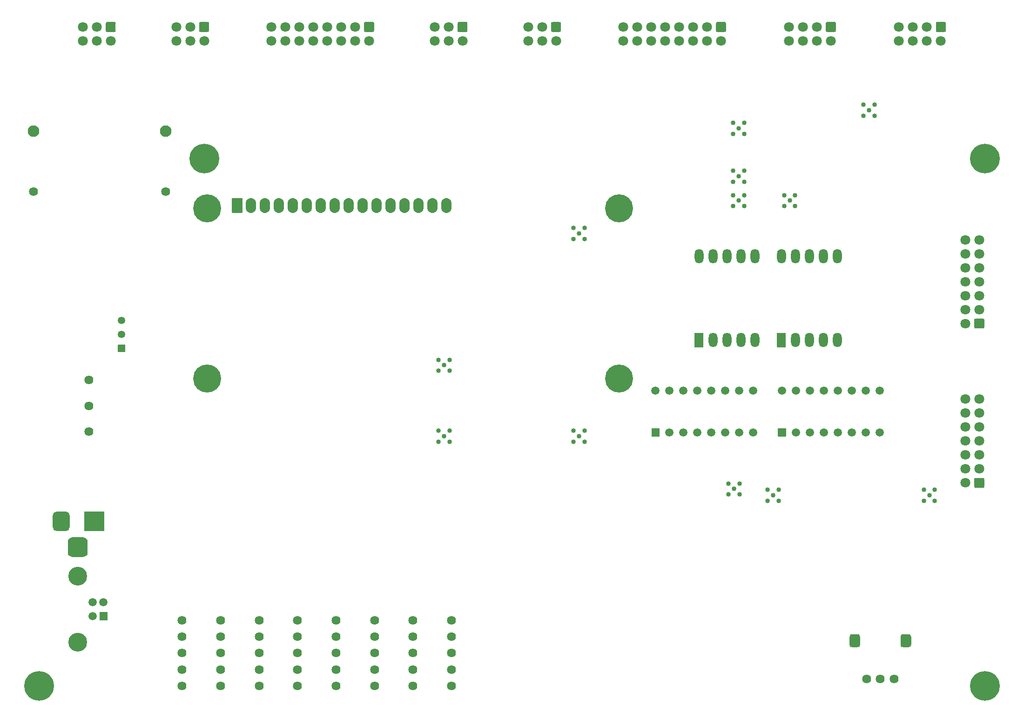
<source format=gbr>
G04 #@! TF.GenerationSoftware,KiCad,Pcbnew,(5.1.8)-1*
G04 #@! TF.CreationDate,2020-12-13T01:13:15+07:00*
G04 #@! TF.ProjectId,digitalSystemBoard,64696769-7461-46c5-9379-7374656d426f,rev?*
G04 #@! TF.SameCoordinates,PX2faf080PY9896800*
G04 #@! TF.FileFunction,Soldermask,Bot*
G04 #@! TF.FilePolarity,Negative*
%FSLAX46Y46*%
G04 Gerber Fmt 4.6, Leading zero omitted, Abs format (unit mm)*
G04 Created by KiCad (PCBNEW (5.1.8)-1) date 2020-12-13 01:13:15*
%MOMM*%
%LPD*%
G01*
G04 APERTURE LIST*
%ADD10C,2.102000*%
%ADD11C,5.102000*%
%ADD12O,1.902000X2.702000*%
%ADD13C,0.852000*%
%ADD14O,1.626000X2.626000*%
%ADD15C,1.802000*%
%ADD16C,1.499000*%
%ADD17C,1.626000*%
%ADD18C,1.350000*%
%ADD19C,5.402000*%
%ADD20C,1.510000*%
%ADD21C,3.418000*%
%ADD22C,0.100000*%
G04 APERTURE END LIST*
D10*
X27000000Y105000000D03*
X3000000Y105000000D03*
D11*
X109500000Y91000000D03*
X109500000Y60000000D03*
X34500000Y60000000D03*
X34500000Y91000000D03*
D12*
X78100000Y91500000D03*
X75560000Y91500000D03*
X73020000Y91500000D03*
X70480000Y91500000D03*
X67940000Y91500000D03*
X65400000Y91500000D03*
X62860000Y91500000D03*
X60320000Y91500000D03*
X57780000Y91500000D03*
X55240000Y91500000D03*
X52700000Y91500000D03*
X50160000Y91500000D03*
X47620000Y91500000D03*
X45080000Y91500000D03*
X42540000Y91500000D03*
G36*
G01*
X39049000Y90200000D02*
X39049000Y92800000D01*
G75*
G02*
X39100000Y92851000I51000J0D01*
G01*
X40900000Y92851000D01*
G75*
G02*
X40951000Y92800000I0J-51000D01*
G01*
X40951000Y90200000D01*
G75*
G02*
X40900000Y90149000I-51000J0D01*
G01*
X39100000Y90149000D01*
G75*
G02*
X39049000Y90200000I0J51000D01*
G01*
G37*
D13*
X77660000Y49470000D03*
X78660000Y50470000D03*
X76660000Y50470000D03*
X76660000Y48470000D03*
X78660000Y48470000D03*
X103210000Y48470000D03*
X101210000Y48470000D03*
X101210000Y50470000D03*
X103210000Y50470000D03*
X102210000Y49470000D03*
X130370000Y39890000D03*
X131370000Y40890000D03*
X129370000Y40890000D03*
X129370000Y38890000D03*
X131370000Y38890000D03*
X137470000Y38750000D03*
X138470000Y39750000D03*
X136470000Y39750000D03*
X136470000Y37750000D03*
X138470000Y37750000D03*
X166910000Y37750000D03*
X164910000Y37750000D03*
X164910000Y39750000D03*
X166910000Y39750000D03*
X165910000Y38750000D03*
X78660000Y61420000D03*
X76660000Y61420000D03*
X76660000Y63420000D03*
X78660000Y63420000D03*
X77660000Y62420000D03*
X131220000Y105540000D03*
X132220000Y106540000D03*
X130220000Y106540000D03*
X130220000Y104540000D03*
X132220000Y104540000D03*
X132220000Y95800000D03*
X130220000Y95800000D03*
X130220000Y97800000D03*
X132220000Y97800000D03*
X131220000Y96800000D03*
X140510000Y92390000D03*
X141510000Y93390000D03*
X139510000Y93390000D03*
X139510000Y91390000D03*
X141510000Y91390000D03*
X155950000Y107860000D03*
X153950000Y107860000D03*
X153950000Y109860000D03*
X155950000Y109860000D03*
X154950000Y108860000D03*
X132220000Y91390000D03*
X130220000Y91390000D03*
X130220000Y93390000D03*
X132220000Y93390000D03*
X131220000Y92390000D03*
X103210000Y85430000D03*
X101210000Y85430000D03*
X101210000Y87430000D03*
X103210000Y87430000D03*
X102210000Y86430000D03*
G36*
G01*
X123187000Y65738000D02*
X123187000Y68262000D01*
G75*
G02*
X123238000Y68313000I51000J0D01*
G01*
X124762000Y68313000D01*
G75*
G02*
X124813000Y68262000I0J-51000D01*
G01*
X124813000Y65738000D01*
G75*
G02*
X124762000Y65687000I-51000J0D01*
G01*
X123238000Y65687000D01*
G75*
G02*
X123187000Y65738000I0J51000D01*
G01*
G37*
D14*
X126540000Y67000000D03*
X129080000Y67000000D03*
X131620000Y67000000D03*
X134160000Y67000000D03*
X134160000Y82240000D03*
X131620000Y82240000D03*
X129080000Y82240000D03*
X126540000Y82240000D03*
X124000000Y82240000D03*
D15*
X92920000Y121460000D03*
X95460000Y121460000D03*
X98000000Y121460000D03*
X92920000Y124000000D03*
X95460000Y124000000D03*
G36*
G01*
X97364000Y124901000D02*
X98636000Y124901000D01*
G75*
G02*
X98901000Y124636000I0J-265000D01*
G01*
X98901000Y123364000D01*
G75*
G02*
X98636000Y123099000I-265000J0D01*
G01*
X97364000Y123099000D01*
G75*
G02*
X97099000Y123364000I0J265000D01*
G01*
X97099000Y124636000D01*
G75*
G02*
X97364000Y124901000I265000J0D01*
G01*
G37*
D16*
X116110000Y57810000D03*
X118650000Y57810000D03*
X133890000Y50190000D03*
X123730000Y57810000D03*
X126270000Y57810000D03*
X128810000Y57810000D03*
X131350000Y57810000D03*
X133890000Y57810000D03*
X131350000Y50190000D03*
X128810000Y50190000D03*
X126270000Y50190000D03*
X121190000Y57810000D03*
X123730000Y50190000D03*
X121190000Y50190000D03*
X118650000Y50190000D03*
G36*
G01*
X116808501Y49440500D02*
X115411499Y49440500D01*
G75*
G02*
X115360500Y49491499I0J50999D01*
G01*
X115360500Y50888501D01*
G75*
G02*
X115411499Y50939500I50999J0D01*
G01*
X116808501Y50939500D01*
G75*
G02*
X116859500Y50888501I0J-50999D01*
G01*
X116859500Y49491499D01*
G75*
G02*
X116808501Y49440500I-50999J0D01*
G01*
G37*
D17*
X79000000Y16000000D03*
X79000000Y4000000D03*
X79000000Y13000000D03*
X79000000Y7000000D03*
X79000000Y10000000D03*
X30000000Y16000000D03*
X30000000Y4000000D03*
X30000000Y13000000D03*
X30000000Y7000000D03*
X30000000Y10000000D03*
D15*
X28920000Y121460000D03*
X31460000Y121460000D03*
X34000000Y121460000D03*
X28920000Y124000000D03*
X31460000Y124000000D03*
G36*
G01*
X33364000Y124901000D02*
X34636000Y124901000D01*
G75*
G02*
X34901000Y124636000I0J-265000D01*
G01*
X34901000Y123364000D01*
G75*
G02*
X34636000Y123099000I-265000J0D01*
G01*
X33364000Y123099000D01*
G75*
G02*
X33099000Y123364000I0J265000D01*
G01*
X33099000Y124636000D01*
G75*
G02*
X33364000Y124901000I265000J0D01*
G01*
G37*
X11920000Y121460000D03*
X14460000Y121460000D03*
X17000000Y121460000D03*
X11920000Y124000000D03*
X14460000Y124000000D03*
G36*
G01*
X16364000Y124901000D02*
X17636000Y124901000D01*
G75*
G02*
X17901000Y124636000I0J-265000D01*
G01*
X17901000Y123364000D01*
G75*
G02*
X17636000Y123099000I-265000J0D01*
G01*
X16364000Y123099000D01*
G75*
G02*
X16099000Y123364000I0J265000D01*
G01*
X16099000Y124636000D01*
G75*
G02*
X16364000Y124901000I265000J0D01*
G01*
G37*
X75920000Y121460000D03*
X78460000Y121460000D03*
X81000000Y121460000D03*
X75920000Y124000000D03*
X78460000Y124000000D03*
G36*
G01*
X80364000Y124901000D02*
X81636000Y124901000D01*
G75*
G02*
X81901000Y124636000I0J-265000D01*
G01*
X81901000Y123364000D01*
G75*
G02*
X81636000Y123099000I-265000J0D01*
G01*
X80364000Y123099000D01*
G75*
G02*
X80099000Y123364000I0J265000D01*
G01*
X80099000Y124636000D01*
G75*
G02*
X80364000Y124901000I265000J0D01*
G01*
G37*
X46220000Y121460000D03*
X48760000Y121460000D03*
X51300000Y121460000D03*
X53840000Y121460000D03*
X56380000Y121460000D03*
X58920000Y121460000D03*
X61460000Y121460000D03*
X64000000Y121460000D03*
X46220000Y124000000D03*
X48760000Y124000000D03*
X51300000Y124000000D03*
X53840000Y124000000D03*
X56380000Y124000000D03*
X58920000Y124000000D03*
X61460000Y124000000D03*
G36*
G01*
X63364000Y124901000D02*
X64636000Y124901000D01*
G75*
G02*
X64901000Y124636000I0J-265000D01*
G01*
X64901000Y123364000D01*
G75*
G02*
X64636000Y123099000I-265000J0D01*
G01*
X63364000Y123099000D01*
G75*
G02*
X63099000Y123364000I0J265000D01*
G01*
X63099000Y124636000D01*
G75*
G02*
X63364000Y124901000I265000J0D01*
G01*
G37*
X172460000Y56240000D03*
X172460000Y53700000D03*
X172460000Y51160000D03*
X172460000Y48620000D03*
X172460000Y46080000D03*
X172460000Y43540000D03*
X172460000Y41000000D03*
X175000000Y56240000D03*
X175000000Y53700000D03*
X175000000Y51160000D03*
X175000000Y48620000D03*
X175000000Y46080000D03*
X175000000Y43540000D03*
G36*
G01*
X175901000Y41636000D02*
X175901000Y40364000D01*
G75*
G02*
X175636000Y40099000I-265000J0D01*
G01*
X174364000Y40099000D01*
G75*
G02*
X174099000Y40364000I0J265000D01*
G01*
X174099000Y41636000D01*
G75*
G02*
X174364000Y41901000I265000J0D01*
G01*
X175636000Y41901000D01*
G75*
G02*
X175901000Y41636000I0J-265000D01*
G01*
G37*
X172460000Y85240000D03*
X172460000Y82700000D03*
X172460000Y80160000D03*
X172460000Y77620000D03*
X172460000Y75080000D03*
X172460000Y72540000D03*
X172460000Y70000000D03*
X175000000Y85240000D03*
X175000000Y82700000D03*
X175000000Y80160000D03*
X175000000Y77620000D03*
X175000000Y75080000D03*
X175000000Y72540000D03*
G36*
G01*
X175901000Y70636000D02*
X175901000Y69364000D01*
G75*
G02*
X175636000Y69099000I-265000J0D01*
G01*
X174364000Y69099000D01*
G75*
G02*
X174099000Y69364000I0J265000D01*
G01*
X174099000Y70636000D01*
G75*
G02*
X174364000Y70901000I265000J0D01*
G01*
X175636000Y70901000D01*
G75*
G02*
X175901000Y70636000I0J-265000D01*
G01*
G37*
X110220000Y121460000D03*
X112760000Y121460000D03*
X115300000Y121460000D03*
X117840000Y121460000D03*
X120380000Y121460000D03*
X122920000Y121460000D03*
X125460000Y121460000D03*
X128000000Y121460000D03*
X110220000Y124000000D03*
X112760000Y124000000D03*
X115300000Y124000000D03*
X117840000Y124000000D03*
X120380000Y124000000D03*
X122920000Y124000000D03*
X125460000Y124000000D03*
G36*
G01*
X127364000Y124901000D02*
X128636000Y124901000D01*
G75*
G02*
X128901000Y124636000I0J-265000D01*
G01*
X128901000Y123364000D01*
G75*
G02*
X128636000Y123099000I-265000J0D01*
G01*
X127364000Y123099000D01*
G75*
G02*
X127099000Y123364000I0J265000D01*
G01*
X127099000Y124636000D01*
G75*
G02*
X127364000Y124901000I265000J0D01*
G01*
G37*
X140380000Y121460000D03*
X142920000Y121460000D03*
X145460000Y121460000D03*
X148000000Y121460000D03*
X140380000Y124000000D03*
X142920000Y124000000D03*
X145460000Y124000000D03*
G36*
G01*
X147364000Y124901000D02*
X148636000Y124901000D01*
G75*
G02*
X148901000Y124636000I0J-265000D01*
G01*
X148901000Y123364000D01*
G75*
G02*
X148636000Y123099000I-265000J0D01*
G01*
X147364000Y123099000D01*
G75*
G02*
X147099000Y123364000I0J265000D01*
G01*
X147099000Y124636000D01*
G75*
G02*
X147364000Y124901000I265000J0D01*
G01*
G37*
X160380000Y121460000D03*
X162920000Y121460000D03*
X165460000Y121460000D03*
X168000000Y121460000D03*
X160380000Y124000000D03*
X162920000Y124000000D03*
X165460000Y124000000D03*
G36*
G01*
X167364000Y124901000D02*
X168636000Y124901000D01*
G75*
G02*
X168901000Y124636000I0J-265000D01*
G01*
X168901000Y123364000D01*
G75*
G02*
X168636000Y123099000I-265000J0D01*
G01*
X167364000Y123099000D01*
G75*
G02*
X167099000Y123364000I0J265000D01*
G01*
X167099000Y124636000D01*
G75*
G02*
X167364000Y124901000I265000J0D01*
G01*
G37*
D18*
X19000000Y70540000D03*
X19000000Y68000000D03*
G36*
G01*
X19675000Y66084000D02*
X19675000Y64836000D01*
G75*
G02*
X19624000Y64785000I-51000J0D01*
G01*
X18376000Y64785000D01*
G75*
G02*
X18325000Y64836000I0J51000D01*
G01*
X18325000Y66084000D01*
G75*
G02*
X18376000Y66135000I51000J0D01*
G01*
X19624000Y66135000D01*
G75*
G02*
X19675000Y66084000I0J-51000D01*
G01*
G37*
G36*
G01*
X9199000Y28399500D02*
X9199000Y30200500D01*
G75*
G02*
X10099500Y31101000I900500J0D01*
G01*
X11900500Y31101000D01*
G75*
G02*
X12801000Y30200500I0J-900500D01*
G01*
X12801000Y28399500D01*
G75*
G02*
X11900500Y27499000I-900500J0D01*
G01*
X10099500Y27499000D01*
G75*
G02*
X9199000Y28399500I0J900500D01*
G01*
G37*
G36*
G01*
X6449000Y32974500D02*
X6449000Y35025500D01*
G75*
G02*
X7224500Y35801000I775500J0D01*
G01*
X8775500Y35801000D01*
G75*
G02*
X9551000Y35025500I0J-775500D01*
G01*
X9551000Y32974500D01*
G75*
G02*
X8775500Y32199000I-775500J0D01*
G01*
X7224500Y32199000D01*
G75*
G02*
X6449000Y32974500I0J775500D01*
G01*
G37*
G36*
G01*
X12199000Y32250000D02*
X12199000Y35750000D01*
G75*
G02*
X12250000Y35801000I51000J0D01*
G01*
X15750000Y35801000D01*
G75*
G02*
X15801000Y35750000I0J-51000D01*
G01*
X15801000Y32250000D01*
G75*
G02*
X15750000Y32199000I-51000J0D01*
G01*
X12250000Y32199000D01*
G75*
G02*
X12199000Y32250000I0J51000D01*
G01*
G37*
D17*
X27000000Y94000000D03*
X3000000Y94000000D03*
X37000000Y16000000D03*
X37000000Y4000000D03*
X37000000Y13000000D03*
X37000000Y7000000D03*
X37000000Y10000000D03*
X44000000Y16000000D03*
X44000000Y4000000D03*
X44000000Y13000000D03*
X44000000Y7000000D03*
X44000000Y10000000D03*
X51000000Y16000000D03*
X51000000Y4000000D03*
X51000000Y13000000D03*
X51000000Y7000000D03*
X51000000Y10000000D03*
X58000000Y16000000D03*
X58000000Y4000000D03*
X58000000Y13000000D03*
X58000000Y7000000D03*
X58000000Y10000000D03*
X65000000Y16000000D03*
X65000000Y4000000D03*
X65000000Y13000000D03*
X65000000Y7000000D03*
X65000000Y10000000D03*
X72000000Y16000000D03*
X72000000Y4000000D03*
X72000000Y13000000D03*
X72000000Y7000000D03*
X72000000Y10000000D03*
G36*
G01*
X162601000Y12985500D02*
X162601000Y11534500D01*
G75*
G02*
X162125500Y11059000I-475500J0D01*
G01*
X161174500Y11059000D01*
G75*
G02*
X160699000Y11534500I0J475500D01*
G01*
X160699000Y12985500D01*
G75*
G02*
X161174500Y13461000I475500J0D01*
G01*
X162125500Y13461000D01*
G75*
G02*
X162601000Y12985500I0J-475500D01*
G01*
G37*
G36*
G01*
X153301000Y12985500D02*
X153301000Y11534500D01*
G75*
G02*
X152825500Y11059000I-475500J0D01*
G01*
X151874500Y11059000D01*
G75*
G02*
X151399000Y11534500I0J475500D01*
G01*
X151399000Y12985500D01*
G75*
G02*
X151874500Y13461000I475500J0D01*
G01*
X152825500Y13461000D01*
G75*
G02*
X153301000Y12985500I0J-475500D01*
G01*
G37*
X157000000Y5260000D03*
X154540000Y5260000D03*
X159540000Y5260000D03*
D19*
X176000000Y100000000D03*
X34000000Y100000000D03*
X176000000Y4000000D03*
X4000000Y4000000D03*
D16*
X139110000Y57810000D03*
X141650000Y57810000D03*
X156890000Y50190000D03*
X146730000Y57810000D03*
X149270000Y57810000D03*
X151810000Y57810000D03*
X154350000Y57810000D03*
X156890000Y57810000D03*
X154350000Y50190000D03*
X151810000Y50190000D03*
X149270000Y50190000D03*
X144190000Y57810000D03*
X146730000Y50190000D03*
X144190000Y50190000D03*
X141650000Y50190000D03*
G36*
G01*
X139808501Y49440500D02*
X138411499Y49440500D01*
G75*
G02*
X138360500Y49491499I0J50999D01*
G01*
X138360500Y50888501D01*
G75*
G02*
X138411499Y50939500I50999J0D01*
G01*
X139808501Y50939500D01*
G75*
G02*
X139859500Y50888501I0J-50999D01*
G01*
X139859500Y49491499D01*
G75*
G02*
X139808501Y49440500I-50999J0D01*
G01*
G37*
G36*
G01*
X138187000Y65738000D02*
X138187000Y68262000D01*
G75*
G02*
X138238000Y68313000I51000J0D01*
G01*
X139762000Y68313000D01*
G75*
G02*
X139813000Y68262000I0J-51000D01*
G01*
X139813000Y65738000D01*
G75*
G02*
X139762000Y65687000I-51000J0D01*
G01*
X138238000Y65687000D01*
G75*
G02*
X138187000Y65738000I0J51000D01*
G01*
G37*
D14*
X141540000Y67000000D03*
X144080000Y67000000D03*
X146620000Y67000000D03*
X149160000Y67000000D03*
X149160000Y82240000D03*
X146620000Y82240000D03*
X144080000Y82240000D03*
X141540000Y82240000D03*
X139000000Y82240000D03*
D17*
X13000000Y50300000D03*
X13000000Y59700000D03*
X13000000Y55000000D03*
G36*
G01*
X14996000Y17505000D02*
X16404000Y17505000D01*
G75*
G02*
X16455000Y17454000I0J-51000D01*
G01*
X16455000Y16046000D01*
G75*
G02*
X16404000Y15995000I-51000J0D01*
G01*
X14996000Y15995000D01*
G75*
G02*
X14945000Y16046000I0J51000D01*
G01*
X14945000Y17454000D01*
G75*
G02*
X14996000Y17505000I51000J0D01*
G01*
G37*
D20*
X15700000Y19250000D03*
X13700000Y19250000D03*
X13700000Y16750000D03*
D21*
X11000000Y24020000D03*
X11000000Y11980000D03*
D22*
G36*
X162602165Y11536126D02*
G01*
X162603000Y11534500D01*
X162603000Y11478140D01*
X162602990Y11477944D01*
X162594462Y11391349D01*
X162594386Y11390964D01*
X162570919Y11313607D01*
X162570769Y11313245D01*
X162532656Y11241940D01*
X162532438Y11241614D01*
X162481154Y11179123D01*
X162480877Y11178846D01*
X162418386Y11127562D01*
X162418060Y11127344D01*
X162346755Y11089231D01*
X162346393Y11089081D01*
X162269036Y11065614D01*
X162268651Y11065538D01*
X162182056Y11057010D01*
X162181860Y11057000D01*
X162125500Y11057000D01*
X162123768Y11058000D01*
X162123768Y11060000D01*
X162125304Y11060990D01*
X162217870Y11070107D01*
X162306697Y11097052D01*
X162388558Y11140807D01*
X162460308Y11199692D01*
X162519193Y11271442D01*
X162562948Y11353303D01*
X162589893Y11442130D01*
X162599010Y11534696D01*
X162600175Y11536322D01*
X162602165Y11536126D01*
G37*
G36*
X153302165Y11536126D02*
G01*
X153303000Y11534500D01*
X153303000Y11478140D01*
X153302990Y11477944D01*
X153294462Y11391349D01*
X153294386Y11390964D01*
X153270919Y11313607D01*
X153270769Y11313245D01*
X153232656Y11241940D01*
X153232438Y11241614D01*
X153181154Y11179123D01*
X153180877Y11178846D01*
X153118386Y11127562D01*
X153118060Y11127344D01*
X153046755Y11089231D01*
X153046393Y11089081D01*
X152969036Y11065614D01*
X152968651Y11065538D01*
X152882056Y11057010D01*
X152881860Y11057000D01*
X152825500Y11057000D01*
X152823768Y11058000D01*
X152823768Y11060000D01*
X152825304Y11060990D01*
X152917870Y11070107D01*
X153006697Y11097052D01*
X153088558Y11140807D01*
X153160308Y11199692D01*
X153219193Y11271442D01*
X153262948Y11353303D01*
X153289893Y11442130D01*
X153299010Y11534696D01*
X153300175Y11536322D01*
X153302165Y11536126D01*
G37*
G36*
X160700990Y11534696D02*
G01*
X160710107Y11442130D01*
X160737052Y11353303D01*
X160780807Y11271442D01*
X160839692Y11199692D01*
X160911442Y11140807D01*
X160993303Y11097052D01*
X161082130Y11070107D01*
X161174696Y11060990D01*
X161176322Y11059825D01*
X161176126Y11057835D01*
X161174500Y11057000D01*
X161118140Y11057000D01*
X161117944Y11057010D01*
X161031349Y11065538D01*
X161030964Y11065614D01*
X160953607Y11089081D01*
X160953245Y11089231D01*
X160881940Y11127344D01*
X160881614Y11127562D01*
X160819123Y11178846D01*
X160818846Y11179123D01*
X160767562Y11241614D01*
X160767344Y11241940D01*
X160729231Y11313245D01*
X160729081Y11313607D01*
X160705614Y11390964D01*
X160705538Y11391349D01*
X160697010Y11477944D01*
X160697000Y11478140D01*
X160697000Y11534500D01*
X160698000Y11536232D01*
X160700000Y11536232D01*
X160700990Y11534696D01*
G37*
G36*
X151400990Y11534696D02*
G01*
X151410107Y11442130D01*
X151437052Y11353303D01*
X151480807Y11271442D01*
X151539692Y11199692D01*
X151611442Y11140807D01*
X151693303Y11097052D01*
X151782130Y11070107D01*
X151874696Y11060990D01*
X151876322Y11059825D01*
X151876126Y11057835D01*
X151874500Y11057000D01*
X151818140Y11057000D01*
X151817944Y11057010D01*
X151731349Y11065538D01*
X151730964Y11065614D01*
X151653607Y11089081D01*
X151653245Y11089231D01*
X151581940Y11127344D01*
X151581614Y11127562D01*
X151519123Y11178846D01*
X151518846Y11179123D01*
X151467562Y11241614D01*
X151467344Y11241940D01*
X151429231Y11313245D01*
X151429081Y11313607D01*
X151405614Y11390964D01*
X151405538Y11391349D01*
X151397010Y11477944D01*
X151397000Y11478140D01*
X151397000Y11534500D01*
X151398000Y11536232D01*
X151400000Y11536232D01*
X151400990Y11534696D01*
G37*
G36*
X161176232Y13462000D02*
G01*
X161176232Y13460000D01*
X161174696Y13459010D01*
X161082130Y13449893D01*
X160993303Y13422948D01*
X160911442Y13379193D01*
X160839692Y13320308D01*
X160780807Y13248558D01*
X160737052Y13166697D01*
X160710107Y13077870D01*
X160700990Y12985304D01*
X160699825Y12983678D01*
X160697835Y12983874D01*
X160697000Y12985500D01*
X160697000Y13041860D01*
X160697010Y13042056D01*
X160705538Y13128651D01*
X160705614Y13129036D01*
X160729081Y13206393D01*
X160729231Y13206755D01*
X160767344Y13278060D01*
X160767562Y13278386D01*
X160818846Y13340877D01*
X160819123Y13341154D01*
X160881614Y13392438D01*
X160881940Y13392656D01*
X160953245Y13430769D01*
X160953607Y13430919D01*
X161030964Y13454386D01*
X161031349Y13454462D01*
X161117944Y13462990D01*
X161118140Y13463000D01*
X161174500Y13463000D01*
X161176232Y13462000D01*
G37*
G36*
X151876232Y13462000D02*
G01*
X151876232Y13460000D01*
X151874696Y13459010D01*
X151782130Y13449893D01*
X151693303Y13422948D01*
X151611442Y13379193D01*
X151539692Y13320308D01*
X151480807Y13248558D01*
X151437052Y13166697D01*
X151410107Y13077870D01*
X151400990Y12985304D01*
X151399825Y12983678D01*
X151397835Y12983874D01*
X151397000Y12985500D01*
X151397000Y13041860D01*
X151397010Y13042056D01*
X151405538Y13128651D01*
X151405614Y13129036D01*
X151429081Y13206393D01*
X151429231Y13206755D01*
X151467344Y13278060D01*
X151467562Y13278386D01*
X151518846Y13340877D01*
X151519123Y13341154D01*
X151581614Y13392438D01*
X151581940Y13392656D01*
X151653245Y13430769D01*
X151653607Y13430919D01*
X151730964Y13454386D01*
X151731349Y13454462D01*
X151817944Y13462990D01*
X151818140Y13463000D01*
X151874500Y13463000D01*
X151876232Y13462000D01*
G37*
G36*
X152882056Y13462990D02*
G01*
X152968651Y13454462D01*
X152969036Y13454386D01*
X153046393Y13430919D01*
X153046755Y13430769D01*
X153118060Y13392656D01*
X153118386Y13392438D01*
X153180877Y13341154D01*
X153181154Y13340877D01*
X153232438Y13278386D01*
X153232656Y13278060D01*
X153270769Y13206755D01*
X153270919Y13206393D01*
X153294386Y13129036D01*
X153294462Y13128651D01*
X153302990Y13042056D01*
X153303000Y13041860D01*
X153303000Y12985500D01*
X153302000Y12983768D01*
X153300000Y12983768D01*
X153299010Y12985304D01*
X153289893Y13077870D01*
X153262948Y13166697D01*
X153219193Y13248558D01*
X153160308Y13320308D01*
X153088558Y13379193D01*
X153006697Y13422948D01*
X152917870Y13449893D01*
X152825304Y13459010D01*
X152823678Y13460175D01*
X152823874Y13462165D01*
X152825500Y13463000D01*
X152881860Y13463000D01*
X152882056Y13462990D01*
G37*
G36*
X162182056Y13462990D02*
G01*
X162268651Y13454462D01*
X162269036Y13454386D01*
X162346393Y13430919D01*
X162346755Y13430769D01*
X162418060Y13392656D01*
X162418386Y13392438D01*
X162480877Y13341154D01*
X162481154Y13340877D01*
X162532438Y13278386D01*
X162532656Y13278060D01*
X162570769Y13206755D01*
X162570919Y13206393D01*
X162594386Y13129036D01*
X162594462Y13128651D01*
X162602990Y13042056D01*
X162603000Y13041860D01*
X162603000Y12985500D01*
X162602000Y12983768D01*
X162600000Y12983768D01*
X162599010Y12985304D01*
X162589893Y13077870D01*
X162562948Y13166697D01*
X162519193Y13248558D01*
X162460308Y13320308D01*
X162388558Y13379193D01*
X162306697Y13422948D01*
X162217870Y13449893D01*
X162125304Y13459010D01*
X162123678Y13460175D01*
X162123874Y13462165D01*
X162125500Y13463000D01*
X162181860Y13463000D01*
X162182056Y13462990D01*
G37*
G36*
X12802165Y28401126D02*
G01*
X12803000Y28399500D01*
X12803000Y28343140D01*
X12802990Y28342944D01*
X12786295Y28173438D01*
X12786219Y28173053D01*
X12738565Y28015959D01*
X12738415Y28015597D01*
X12661033Y27870826D01*
X12660815Y27870500D01*
X12556674Y27743603D01*
X12556397Y27743326D01*
X12429500Y27639185D01*
X12429174Y27638967D01*
X12284403Y27561585D01*
X12284041Y27561435D01*
X12126947Y27513781D01*
X12126562Y27513705D01*
X11957056Y27497010D01*
X11956860Y27497000D01*
X11900500Y27497000D01*
X11898768Y27498000D01*
X11898768Y27500000D01*
X11900304Y27500990D01*
X12075784Y27518273D01*
X12244337Y27569403D01*
X12399675Y27652433D01*
X12535829Y27764171D01*
X12647567Y27900325D01*
X12730597Y28055663D01*
X12781727Y28224216D01*
X12799010Y28399696D01*
X12800175Y28401322D01*
X12802165Y28401126D01*
G37*
G36*
X9200990Y28399696D02*
G01*
X9218273Y28224216D01*
X9269403Y28055663D01*
X9352433Y27900325D01*
X9464171Y27764171D01*
X9600325Y27652433D01*
X9755663Y27569403D01*
X9924216Y27518273D01*
X10099696Y27500990D01*
X10101322Y27499825D01*
X10101126Y27497835D01*
X10099500Y27497000D01*
X10043140Y27497000D01*
X10042944Y27497010D01*
X9873438Y27513705D01*
X9873053Y27513781D01*
X9715959Y27561435D01*
X9715597Y27561585D01*
X9570826Y27638967D01*
X9570500Y27639185D01*
X9443603Y27743326D01*
X9443326Y27743603D01*
X9339185Y27870500D01*
X9338967Y27870826D01*
X9261585Y28015597D01*
X9261435Y28015959D01*
X9213781Y28173053D01*
X9213705Y28173438D01*
X9197010Y28342944D01*
X9197000Y28343140D01*
X9197000Y28399500D01*
X9198000Y28401232D01*
X9200000Y28401232D01*
X9200990Y28399696D01*
G37*
G36*
X10101232Y31102000D02*
G01*
X10101232Y31100000D01*
X10099696Y31099010D01*
X9924216Y31081727D01*
X9755663Y31030597D01*
X9600325Y30947567D01*
X9464171Y30835829D01*
X9352433Y30699675D01*
X9269403Y30544337D01*
X9218273Y30375784D01*
X9200990Y30200304D01*
X9199825Y30198678D01*
X9197835Y30198874D01*
X9197000Y30200500D01*
X9197000Y30256860D01*
X9197010Y30257056D01*
X9213705Y30426562D01*
X9213781Y30426947D01*
X9261435Y30584041D01*
X9261585Y30584403D01*
X9338967Y30729174D01*
X9339185Y30729500D01*
X9443326Y30856397D01*
X9443603Y30856674D01*
X9570500Y30960815D01*
X9570826Y30961033D01*
X9715597Y31038415D01*
X9715959Y31038565D01*
X9873053Y31086219D01*
X9873438Y31086295D01*
X10042944Y31102990D01*
X10043140Y31103000D01*
X10099500Y31103000D01*
X10101232Y31102000D01*
G37*
G36*
X11957056Y31102990D02*
G01*
X12126562Y31086295D01*
X12126947Y31086219D01*
X12284041Y31038565D01*
X12284403Y31038415D01*
X12429174Y30961033D01*
X12429500Y30960815D01*
X12556397Y30856674D01*
X12556674Y30856397D01*
X12660815Y30729500D01*
X12661033Y30729174D01*
X12738415Y30584403D01*
X12738565Y30584041D01*
X12786219Y30426947D01*
X12786295Y30426562D01*
X12802990Y30257056D01*
X12803000Y30256860D01*
X12803000Y30200500D01*
X12802000Y30198768D01*
X12800000Y30198768D01*
X12799010Y30200304D01*
X12781727Y30375784D01*
X12730597Y30544337D01*
X12647567Y30699675D01*
X12535829Y30835829D01*
X12399675Y30947567D01*
X12244337Y31030597D01*
X12075784Y31081727D01*
X11900304Y31099010D01*
X11898678Y31100175D01*
X11898874Y31102165D01*
X11900500Y31103000D01*
X11956860Y31103000D01*
X11957056Y31102990D01*
G37*
G36*
X6450990Y32974696D02*
G01*
X6465871Y32823602D01*
X6509888Y32678498D01*
X6581366Y32544771D01*
X6677560Y32427560D01*
X6794771Y32331366D01*
X6928498Y32259888D01*
X7073602Y32215871D01*
X7224696Y32200990D01*
X7226322Y32199825D01*
X7226126Y32197835D01*
X7224500Y32197000D01*
X7168140Y32197000D01*
X7167944Y32197010D01*
X7022825Y32211303D01*
X7022440Y32211379D01*
X6888794Y32251920D01*
X6888432Y32252070D01*
X6765273Y32317900D01*
X6764947Y32318118D01*
X6656991Y32406714D01*
X6656714Y32406991D01*
X6568118Y32514947D01*
X6567900Y32515273D01*
X6502070Y32638432D01*
X6501920Y32638794D01*
X6461379Y32772440D01*
X6461303Y32772825D01*
X6447010Y32917944D01*
X6447000Y32918140D01*
X6447000Y32974500D01*
X6448000Y32976232D01*
X6450000Y32976232D01*
X6450990Y32974696D01*
G37*
G36*
X9552165Y32976126D02*
G01*
X9553000Y32974500D01*
X9553000Y32918140D01*
X9552990Y32917944D01*
X9538697Y32772825D01*
X9538621Y32772440D01*
X9498080Y32638794D01*
X9497930Y32638432D01*
X9432100Y32515273D01*
X9431882Y32514947D01*
X9343286Y32406991D01*
X9343009Y32406714D01*
X9235053Y32318118D01*
X9234727Y32317900D01*
X9111568Y32252070D01*
X9111206Y32251920D01*
X8977560Y32211379D01*
X8977175Y32211303D01*
X8832056Y32197010D01*
X8831860Y32197000D01*
X8775500Y32197000D01*
X8773768Y32198000D01*
X8773768Y32200000D01*
X8775304Y32200990D01*
X8926398Y32215871D01*
X9071502Y32259888D01*
X9205229Y32331366D01*
X9322440Y32427560D01*
X9418634Y32544771D01*
X9490112Y32678498D01*
X9534129Y32823602D01*
X9549010Y32974696D01*
X9550175Y32976322D01*
X9552165Y32976126D01*
G37*
G36*
X7226232Y35802000D02*
G01*
X7226232Y35800000D01*
X7224696Y35799010D01*
X7073602Y35784129D01*
X6928498Y35740112D01*
X6794771Y35668634D01*
X6677560Y35572440D01*
X6581366Y35455229D01*
X6509888Y35321502D01*
X6465871Y35176398D01*
X6450990Y35025304D01*
X6449825Y35023678D01*
X6447835Y35023874D01*
X6447000Y35025500D01*
X6447000Y35081860D01*
X6447010Y35082056D01*
X6461303Y35227175D01*
X6461379Y35227560D01*
X6501920Y35361206D01*
X6502070Y35361568D01*
X6567900Y35484727D01*
X6568118Y35485053D01*
X6656714Y35593009D01*
X6656991Y35593286D01*
X6764947Y35681882D01*
X6765273Y35682100D01*
X6888432Y35747930D01*
X6888794Y35748080D01*
X7022440Y35788621D01*
X7022825Y35788697D01*
X7167944Y35802990D01*
X7168140Y35803000D01*
X7224500Y35803000D01*
X7226232Y35802000D01*
G37*
G36*
X8832056Y35802990D02*
G01*
X8977175Y35788697D01*
X8977560Y35788621D01*
X9111206Y35748080D01*
X9111568Y35747930D01*
X9234727Y35682100D01*
X9235053Y35681882D01*
X9343009Y35593286D01*
X9343286Y35593009D01*
X9431882Y35485053D01*
X9432100Y35484727D01*
X9497930Y35361568D01*
X9498080Y35361206D01*
X9538621Y35227560D01*
X9538697Y35227175D01*
X9552990Y35082056D01*
X9553000Y35081860D01*
X9553000Y35025500D01*
X9552000Y35023768D01*
X9550000Y35023768D01*
X9549010Y35025304D01*
X9534129Y35176398D01*
X9490112Y35321502D01*
X9418634Y35455229D01*
X9322440Y35572440D01*
X9205229Y35668634D01*
X9071502Y35740112D01*
X8926398Y35784129D01*
X8775304Y35799010D01*
X8773678Y35800175D01*
X8773874Y35802165D01*
X8775500Y35803000D01*
X8831860Y35803000D01*
X8832056Y35802990D01*
G37*
G36*
X175902165Y40365626D02*
G01*
X175903000Y40364000D01*
X175903000Y40281903D01*
X175902990Y40281707D01*
X175899001Y40241204D01*
X175898925Y40240819D01*
X175888899Y40207767D01*
X175888749Y40207405D01*
X175872472Y40176954D01*
X175872254Y40176628D01*
X175850345Y40149932D01*
X175850068Y40149655D01*
X175823372Y40127746D01*
X175823046Y40127528D01*
X175792595Y40111251D01*
X175792233Y40111101D01*
X175759181Y40101075D01*
X175758796Y40100999D01*
X175718293Y40097010D01*
X175718097Y40097000D01*
X175636000Y40097000D01*
X175634268Y40098000D01*
X175634268Y40100000D01*
X175635804Y40100990D01*
X175687304Y40106062D01*
X175736642Y40121029D01*
X175782110Y40145332D01*
X175821962Y40178038D01*
X175854668Y40217890D01*
X175878971Y40263358D01*
X175893938Y40312696D01*
X175899010Y40364196D01*
X175900175Y40365822D01*
X175902165Y40365626D01*
G37*
G36*
X174100990Y40364196D02*
G01*
X174106062Y40312696D01*
X174121029Y40263358D01*
X174145332Y40217890D01*
X174178038Y40178038D01*
X174217890Y40145332D01*
X174263358Y40121029D01*
X174312696Y40106062D01*
X174364196Y40100990D01*
X174365822Y40099825D01*
X174365626Y40097835D01*
X174364000Y40097000D01*
X174281903Y40097000D01*
X174281707Y40097010D01*
X174241204Y40100999D01*
X174240819Y40101075D01*
X174207767Y40111101D01*
X174207405Y40111251D01*
X174176954Y40127528D01*
X174176628Y40127746D01*
X174149932Y40149655D01*
X174149655Y40149932D01*
X174127746Y40176628D01*
X174127528Y40176954D01*
X174111251Y40207405D01*
X174111101Y40207767D01*
X174101075Y40240819D01*
X174100999Y40241204D01*
X174097010Y40281707D01*
X174097000Y40281903D01*
X174097000Y40364000D01*
X174098000Y40365732D01*
X174100000Y40365732D01*
X174100990Y40364196D01*
G37*
G36*
X174365732Y41902000D02*
G01*
X174365732Y41900000D01*
X174364196Y41899010D01*
X174312696Y41893938D01*
X174263358Y41878971D01*
X174217890Y41854668D01*
X174178038Y41821962D01*
X174145332Y41782110D01*
X174121029Y41736642D01*
X174106062Y41687304D01*
X174100990Y41635804D01*
X174099825Y41634178D01*
X174097835Y41634374D01*
X174097000Y41636000D01*
X174097000Y41718097D01*
X174097010Y41718293D01*
X174100999Y41758796D01*
X174101075Y41759181D01*
X174111101Y41792233D01*
X174111251Y41792595D01*
X174127528Y41823046D01*
X174127746Y41823372D01*
X174149655Y41850068D01*
X174149932Y41850345D01*
X174176628Y41872254D01*
X174176954Y41872472D01*
X174207405Y41888749D01*
X174207767Y41888899D01*
X174240819Y41898925D01*
X174241204Y41899001D01*
X174281707Y41902990D01*
X174281903Y41903000D01*
X174364000Y41903000D01*
X174365732Y41902000D01*
G37*
G36*
X175718293Y41902990D02*
G01*
X175758796Y41899001D01*
X175759181Y41898925D01*
X175792233Y41888899D01*
X175792595Y41888749D01*
X175823046Y41872472D01*
X175823372Y41872254D01*
X175850068Y41850345D01*
X175850345Y41850068D01*
X175872254Y41823372D01*
X175872472Y41823046D01*
X175888749Y41792595D01*
X175888899Y41792233D01*
X175898925Y41759181D01*
X175899001Y41758796D01*
X175902990Y41718293D01*
X175903000Y41718097D01*
X175903000Y41636000D01*
X175902000Y41634268D01*
X175900000Y41634268D01*
X175899010Y41635804D01*
X175893938Y41687304D01*
X175878971Y41736642D01*
X175854668Y41782110D01*
X175821962Y41821962D01*
X175782110Y41854668D01*
X175736642Y41878971D01*
X175687304Y41893938D01*
X175635804Y41899010D01*
X175634178Y41900175D01*
X175634374Y41902165D01*
X175636000Y41903000D01*
X175718097Y41903000D01*
X175718293Y41902990D01*
G37*
G36*
X174100990Y69364196D02*
G01*
X174106062Y69312696D01*
X174121029Y69263358D01*
X174145332Y69217890D01*
X174178038Y69178038D01*
X174217890Y69145332D01*
X174263358Y69121029D01*
X174312696Y69106062D01*
X174364196Y69100990D01*
X174365822Y69099825D01*
X174365626Y69097835D01*
X174364000Y69097000D01*
X174281903Y69097000D01*
X174281707Y69097010D01*
X174241204Y69100999D01*
X174240819Y69101075D01*
X174207767Y69111101D01*
X174207405Y69111251D01*
X174176954Y69127528D01*
X174176628Y69127746D01*
X174149932Y69149655D01*
X174149655Y69149932D01*
X174127746Y69176628D01*
X174127528Y69176954D01*
X174111251Y69207405D01*
X174111101Y69207767D01*
X174101075Y69240819D01*
X174100999Y69241204D01*
X174097010Y69281707D01*
X174097000Y69281903D01*
X174097000Y69364000D01*
X174098000Y69365732D01*
X174100000Y69365732D01*
X174100990Y69364196D01*
G37*
G36*
X175902165Y69365626D02*
G01*
X175903000Y69364000D01*
X175903000Y69281903D01*
X175902990Y69281707D01*
X175899001Y69241204D01*
X175898925Y69240819D01*
X175888899Y69207767D01*
X175888749Y69207405D01*
X175872472Y69176954D01*
X175872254Y69176628D01*
X175850345Y69149932D01*
X175850068Y69149655D01*
X175823372Y69127746D01*
X175823046Y69127528D01*
X175792595Y69111251D01*
X175792233Y69111101D01*
X175759181Y69101075D01*
X175758796Y69100999D01*
X175718293Y69097010D01*
X175718097Y69097000D01*
X175636000Y69097000D01*
X175634268Y69098000D01*
X175634268Y69100000D01*
X175635804Y69100990D01*
X175687304Y69106062D01*
X175736642Y69121029D01*
X175782110Y69145332D01*
X175821962Y69178038D01*
X175854668Y69217890D01*
X175878971Y69263358D01*
X175893938Y69312696D01*
X175899010Y69364196D01*
X175900175Y69365822D01*
X175902165Y69365626D01*
G37*
G36*
X174365732Y70902000D02*
G01*
X174365732Y70900000D01*
X174364196Y70899010D01*
X174312696Y70893938D01*
X174263358Y70878971D01*
X174217890Y70854668D01*
X174178038Y70821962D01*
X174145332Y70782110D01*
X174121029Y70736642D01*
X174106062Y70687304D01*
X174100990Y70635804D01*
X174099825Y70634178D01*
X174097835Y70634374D01*
X174097000Y70636000D01*
X174097000Y70718097D01*
X174097010Y70718293D01*
X174100999Y70758796D01*
X174101075Y70759181D01*
X174111101Y70792233D01*
X174111251Y70792595D01*
X174127528Y70823046D01*
X174127746Y70823372D01*
X174149655Y70850068D01*
X174149932Y70850345D01*
X174176628Y70872254D01*
X174176954Y70872472D01*
X174207405Y70888749D01*
X174207767Y70888899D01*
X174240819Y70898925D01*
X174241204Y70899001D01*
X174281707Y70902990D01*
X174281903Y70903000D01*
X174364000Y70903000D01*
X174365732Y70902000D01*
G37*
G36*
X175718293Y70902990D02*
G01*
X175758796Y70899001D01*
X175759181Y70898925D01*
X175792233Y70888899D01*
X175792595Y70888749D01*
X175823046Y70872472D01*
X175823372Y70872254D01*
X175850068Y70850345D01*
X175850345Y70850068D01*
X175872254Y70823372D01*
X175872472Y70823046D01*
X175888749Y70792595D01*
X175888899Y70792233D01*
X175898925Y70759181D01*
X175899001Y70758796D01*
X175902990Y70718293D01*
X175903000Y70718097D01*
X175903000Y70636000D01*
X175902000Y70634268D01*
X175900000Y70634268D01*
X175899010Y70635804D01*
X175893938Y70687304D01*
X175878971Y70736642D01*
X175854668Y70782110D01*
X175821962Y70821962D01*
X175782110Y70854668D01*
X175736642Y70878971D01*
X175687304Y70893938D01*
X175635804Y70899010D01*
X175634178Y70900175D01*
X175634374Y70902165D01*
X175636000Y70903000D01*
X175718097Y70903000D01*
X175718293Y70902990D01*
G37*
G36*
X97100990Y123364196D02*
G01*
X97106062Y123312696D01*
X97121029Y123263358D01*
X97145332Y123217890D01*
X97178038Y123178038D01*
X97217890Y123145332D01*
X97263358Y123121029D01*
X97312696Y123106062D01*
X97364196Y123100990D01*
X97365822Y123099825D01*
X97365626Y123097835D01*
X97364000Y123097000D01*
X97281903Y123097000D01*
X97281707Y123097010D01*
X97241204Y123100999D01*
X97240819Y123101075D01*
X97207767Y123111101D01*
X97207405Y123111251D01*
X97176954Y123127528D01*
X97176628Y123127746D01*
X97149932Y123149655D01*
X97149655Y123149932D01*
X97127746Y123176628D01*
X97127528Y123176954D01*
X97111251Y123207405D01*
X97111101Y123207767D01*
X97101075Y123240819D01*
X97100999Y123241204D01*
X97097010Y123281707D01*
X97097000Y123281903D01*
X97097000Y123364000D01*
X97098000Y123365732D01*
X97100000Y123365732D01*
X97100990Y123364196D01*
G37*
G36*
X17902165Y123365626D02*
G01*
X17903000Y123364000D01*
X17903000Y123281903D01*
X17902990Y123281707D01*
X17899001Y123241204D01*
X17898925Y123240819D01*
X17888899Y123207767D01*
X17888749Y123207405D01*
X17872472Y123176954D01*
X17872254Y123176628D01*
X17850345Y123149932D01*
X17850068Y123149655D01*
X17823372Y123127746D01*
X17823046Y123127528D01*
X17792595Y123111251D01*
X17792233Y123111101D01*
X17759181Y123101075D01*
X17758796Y123100999D01*
X17718293Y123097010D01*
X17718097Y123097000D01*
X17636000Y123097000D01*
X17634268Y123098000D01*
X17634268Y123100000D01*
X17635804Y123100990D01*
X17687304Y123106062D01*
X17736642Y123121029D01*
X17782110Y123145332D01*
X17821962Y123178038D01*
X17854668Y123217890D01*
X17878971Y123263358D01*
X17893938Y123312696D01*
X17899010Y123364196D01*
X17900175Y123365822D01*
X17902165Y123365626D01*
G37*
G36*
X63100990Y123364196D02*
G01*
X63106062Y123312696D01*
X63121029Y123263358D01*
X63145332Y123217890D01*
X63178038Y123178038D01*
X63217890Y123145332D01*
X63263358Y123121029D01*
X63312696Y123106062D01*
X63364196Y123100990D01*
X63365822Y123099825D01*
X63365626Y123097835D01*
X63364000Y123097000D01*
X63281903Y123097000D01*
X63281707Y123097010D01*
X63241204Y123100999D01*
X63240819Y123101075D01*
X63207767Y123111101D01*
X63207405Y123111251D01*
X63176954Y123127528D01*
X63176628Y123127746D01*
X63149932Y123149655D01*
X63149655Y123149932D01*
X63127746Y123176628D01*
X63127528Y123176954D01*
X63111251Y123207405D01*
X63111101Y123207767D01*
X63101075Y123240819D01*
X63100999Y123241204D01*
X63097010Y123281707D01*
X63097000Y123281903D01*
X63097000Y123364000D01*
X63098000Y123365732D01*
X63100000Y123365732D01*
X63100990Y123364196D01*
G37*
G36*
X34902165Y123365626D02*
G01*
X34903000Y123364000D01*
X34903000Y123281903D01*
X34902990Y123281707D01*
X34899001Y123241204D01*
X34898925Y123240819D01*
X34888899Y123207767D01*
X34888749Y123207405D01*
X34872472Y123176954D01*
X34872254Y123176628D01*
X34850345Y123149932D01*
X34850068Y123149655D01*
X34823372Y123127746D01*
X34823046Y123127528D01*
X34792595Y123111251D01*
X34792233Y123111101D01*
X34759181Y123101075D01*
X34758796Y123100999D01*
X34718293Y123097010D01*
X34718097Y123097000D01*
X34636000Y123097000D01*
X34634268Y123098000D01*
X34634268Y123100000D01*
X34635804Y123100990D01*
X34687304Y123106062D01*
X34736642Y123121029D01*
X34782110Y123145332D01*
X34821962Y123178038D01*
X34854668Y123217890D01*
X34878971Y123263358D01*
X34893938Y123312696D01*
X34899010Y123364196D01*
X34900175Y123365822D01*
X34902165Y123365626D01*
G37*
G36*
X16100990Y123364196D02*
G01*
X16106062Y123312696D01*
X16121029Y123263358D01*
X16145332Y123217890D01*
X16178038Y123178038D01*
X16217890Y123145332D01*
X16263358Y123121029D01*
X16312696Y123106062D01*
X16364196Y123100990D01*
X16365822Y123099825D01*
X16365626Y123097835D01*
X16364000Y123097000D01*
X16281903Y123097000D01*
X16281707Y123097010D01*
X16241204Y123100999D01*
X16240819Y123101075D01*
X16207767Y123111101D01*
X16207405Y123111251D01*
X16176954Y123127528D01*
X16176628Y123127746D01*
X16149932Y123149655D01*
X16149655Y123149932D01*
X16127746Y123176628D01*
X16127528Y123176954D01*
X16111251Y123207405D01*
X16111101Y123207767D01*
X16101075Y123240819D01*
X16100999Y123241204D01*
X16097010Y123281707D01*
X16097000Y123281903D01*
X16097000Y123364000D01*
X16098000Y123365732D01*
X16100000Y123365732D01*
X16100990Y123364196D01*
G37*
G36*
X64902165Y123365626D02*
G01*
X64903000Y123364000D01*
X64903000Y123281903D01*
X64902990Y123281707D01*
X64899001Y123241204D01*
X64898925Y123240819D01*
X64888899Y123207767D01*
X64888749Y123207405D01*
X64872472Y123176954D01*
X64872254Y123176628D01*
X64850345Y123149932D01*
X64850068Y123149655D01*
X64823372Y123127746D01*
X64823046Y123127528D01*
X64792595Y123111251D01*
X64792233Y123111101D01*
X64759181Y123101075D01*
X64758796Y123100999D01*
X64718293Y123097010D01*
X64718097Y123097000D01*
X64636000Y123097000D01*
X64634268Y123098000D01*
X64634268Y123100000D01*
X64635804Y123100990D01*
X64687304Y123106062D01*
X64736642Y123121029D01*
X64782110Y123145332D01*
X64821962Y123178038D01*
X64854668Y123217890D01*
X64878971Y123263358D01*
X64893938Y123312696D01*
X64899010Y123364196D01*
X64900175Y123365822D01*
X64902165Y123365626D01*
G37*
G36*
X81902165Y123365626D02*
G01*
X81903000Y123364000D01*
X81903000Y123281903D01*
X81902990Y123281707D01*
X81899001Y123241204D01*
X81898925Y123240819D01*
X81888899Y123207767D01*
X81888749Y123207405D01*
X81872472Y123176954D01*
X81872254Y123176628D01*
X81850345Y123149932D01*
X81850068Y123149655D01*
X81823372Y123127746D01*
X81823046Y123127528D01*
X81792595Y123111251D01*
X81792233Y123111101D01*
X81759181Y123101075D01*
X81758796Y123100999D01*
X81718293Y123097010D01*
X81718097Y123097000D01*
X81636000Y123097000D01*
X81634268Y123098000D01*
X81634268Y123100000D01*
X81635804Y123100990D01*
X81687304Y123106062D01*
X81736642Y123121029D01*
X81782110Y123145332D01*
X81821962Y123178038D01*
X81854668Y123217890D01*
X81878971Y123263358D01*
X81893938Y123312696D01*
X81899010Y123364196D01*
X81900175Y123365822D01*
X81902165Y123365626D01*
G37*
G36*
X98902165Y123365626D02*
G01*
X98903000Y123364000D01*
X98903000Y123281903D01*
X98902990Y123281707D01*
X98899001Y123241204D01*
X98898925Y123240819D01*
X98888899Y123207767D01*
X98888749Y123207405D01*
X98872472Y123176954D01*
X98872254Y123176628D01*
X98850345Y123149932D01*
X98850068Y123149655D01*
X98823372Y123127746D01*
X98823046Y123127528D01*
X98792595Y123111251D01*
X98792233Y123111101D01*
X98759181Y123101075D01*
X98758796Y123100999D01*
X98718293Y123097010D01*
X98718097Y123097000D01*
X98636000Y123097000D01*
X98634268Y123098000D01*
X98634268Y123100000D01*
X98635804Y123100990D01*
X98687304Y123106062D01*
X98736642Y123121029D01*
X98782110Y123145332D01*
X98821962Y123178038D01*
X98854668Y123217890D01*
X98878971Y123263358D01*
X98893938Y123312696D01*
X98899010Y123364196D01*
X98900175Y123365822D01*
X98902165Y123365626D01*
G37*
G36*
X128902165Y123365626D02*
G01*
X128903000Y123364000D01*
X128903000Y123281903D01*
X128902990Y123281707D01*
X128899001Y123241204D01*
X128898925Y123240819D01*
X128888899Y123207767D01*
X128888749Y123207405D01*
X128872472Y123176954D01*
X128872254Y123176628D01*
X128850345Y123149932D01*
X128850068Y123149655D01*
X128823372Y123127746D01*
X128823046Y123127528D01*
X128792595Y123111251D01*
X128792233Y123111101D01*
X128759181Y123101075D01*
X128758796Y123100999D01*
X128718293Y123097010D01*
X128718097Y123097000D01*
X128636000Y123097000D01*
X128634268Y123098000D01*
X128634268Y123100000D01*
X128635804Y123100990D01*
X128687304Y123106062D01*
X128736642Y123121029D01*
X128782110Y123145332D01*
X128821962Y123178038D01*
X128854668Y123217890D01*
X128878971Y123263358D01*
X128893938Y123312696D01*
X128899010Y123364196D01*
X128900175Y123365822D01*
X128902165Y123365626D01*
G37*
G36*
X148902165Y123365626D02*
G01*
X148903000Y123364000D01*
X148903000Y123281903D01*
X148902990Y123281707D01*
X148899001Y123241204D01*
X148898925Y123240819D01*
X148888899Y123207767D01*
X148888749Y123207405D01*
X148872472Y123176954D01*
X148872254Y123176628D01*
X148850345Y123149932D01*
X148850068Y123149655D01*
X148823372Y123127746D01*
X148823046Y123127528D01*
X148792595Y123111251D01*
X148792233Y123111101D01*
X148759181Y123101075D01*
X148758796Y123100999D01*
X148718293Y123097010D01*
X148718097Y123097000D01*
X148636000Y123097000D01*
X148634268Y123098000D01*
X148634268Y123100000D01*
X148635804Y123100990D01*
X148687304Y123106062D01*
X148736642Y123121029D01*
X148782110Y123145332D01*
X148821962Y123178038D01*
X148854668Y123217890D01*
X148878971Y123263358D01*
X148893938Y123312696D01*
X148899010Y123364196D01*
X148900175Y123365822D01*
X148902165Y123365626D01*
G37*
G36*
X168902165Y123365626D02*
G01*
X168903000Y123364000D01*
X168903000Y123281903D01*
X168902990Y123281707D01*
X168899001Y123241204D01*
X168898925Y123240819D01*
X168888899Y123207767D01*
X168888749Y123207405D01*
X168872472Y123176954D01*
X168872254Y123176628D01*
X168850345Y123149932D01*
X168850068Y123149655D01*
X168823372Y123127746D01*
X168823046Y123127528D01*
X168792595Y123111251D01*
X168792233Y123111101D01*
X168759181Y123101075D01*
X168758796Y123100999D01*
X168718293Y123097010D01*
X168718097Y123097000D01*
X168636000Y123097000D01*
X168634268Y123098000D01*
X168634268Y123100000D01*
X168635804Y123100990D01*
X168687304Y123106062D01*
X168736642Y123121029D01*
X168782110Y123145332D01*
X168821962Y123178038D01*
X168854668Y123217890D01*
X168878971Y123263358D01*
X168893938Y123312696D01*
X168899010Y123364196D01*
X168900175Y123365822D01*
X168902165Y123365626D01*
G37*
G36*
X80100990Y123364196D02*
G01*
X80106062Y123312696D01*
X80121029Y123263358D01*
X80145332Y123217890D01*
X80178038Y123178038D01*
X80217890Y123145332D01*
X80263358Y123121029D01*
X80312696Y123106062D01*
X80364196Y123100990D01*
X80365822Y123099825D01*
X80365626Y123097835D01*
X80364000Y123097000D01*
X80281903Y123097000D01*
X80281707Y123097010D01*
X80241204Y123100999D01*
X80240819Y123101075D01*
X80207767Y123111101D01*
X80207405Y123111251D01*
X80176954Y123127528D01*
X80176628Y123127746D01*
X80149932Y123149655D01*
X80149655Y123149932D01*
X80127746Y123176628D01*
X80127528Y123176954D01*
X80111251Y123207405D01*
X80111101Y123207767D01*
X80101075Y123240819D01*
X80100999Y123241204D01*
X80097010Y123281707D01*
X80097000Y123281903D01*
X80097000Y123364000D01*
X80098000Y123365732D01*
X80100000Y123365732D01*
X80100990Y123364196D01*
G37*
G36*
X127100990Y123364196D02*
G01*
X127106062Y123312696D01*
X127121029Y123263358D01*
X127145332Y123217890D01*
X127178038Y123178038D01*
X127217890Y123145332D01*
X127263358Y123121029D01*
X127312696Y123106062D01*
X127364196Y123100990D01*
X127365822Y123099825D01*
X127365626Y123097835D01*
X127364000Y123097000D01*
X127281903Y123097000D01*
X127281707Y123097010D01*
X127241204Y123100999D01*
X127240819Y123101075D01*
X127207767Y123111101D01*
X127207405Y123111251D01*
X127176954Y123127528D01*
X127176628Y123127746D01*
X127149932Y123149655D01*
X127149655Y123149932D01*
X127127746Y123176628D01*
X127127528Y123176954D01*
X127111251Y123207405D01*
X127111101Y123207767D01*
X127101075Y123240819D01*
X127100999Y123241204D01*
X127097010Y123281707D01*
X127097000Y123281903D01*
X127097000Y123364000D01*
X127098000Y123365732D01*
X127100000Y123365732D01*
X127100990Y123364196D01*
G37*
G36*
X167100990Y123364196D02*
G01*
X167106062Y123312696D01*
X167121029Y123263358D01*
X167145332Y123217890D01*
X167178038Y123178038D01*
X167217890Y123145332D01*
X167263358Y123121029D01*
X167312696Y123106062D01*
X167364196Y123100990D01*
X167365822Y123099825D01*
X167365626Y123097835D01*
X167364000Y123097000D01*
X167281903Y123097000D01*
X167281707Y123097010D01*
X167241204Y123100999D01*
X167240819Y123101075D01*
X167207767Y123111101D01*
X167207405Y123111251D01*
X167176954Y123127528D01*
X167176628Y123127746D01*
X167149932Y123149655D01*
X167149655Y123149932D01*
X167127746Y123176628D01*
X167127528Y123176954D01*
X167111251Y123207405D01*
X167111101Y123207767D01*
X167101075Y123240819D01*
X167100999Y123241204D01*
X167097010Y123281707D01*
X167097000Y123281903D01*
X167097000Y123364000D01*
X167098000Y123365732D01*
X167100000Y123365732D01*
X167100990Y123364196D01*
G37*
G36*
X147100990Y123364196D02*
G01*
X147106062Y123312696D01*
X147121029Y123263358D01*
X147145332Y123217890D01*
X147178038Y123178038D01*
X147217890Y123145332D01*
X147263358Y123121029D01*
X147312696Y123106062D01*
X147364196Y123100990D01*
X147365822Y123099825D01*
X147365626Y123097835D01*
X147364000Y123097000D01*
X147281903Y123097000D01*
X147281707Y123097010D01*
X147241204Y123100999D01*
X147240819Y123101075D01*
X147207767Y123111101D01*
X147207405Y123111251D01*
X147176954Y123127528D01*
X147176628Y123127746D01*
X147149932Y123149655D01*
X147149655Y123149932D01*
X147127746Y123176628D01*
X147127528Y123176954D01*
X147111251Y123207405D01*
X147111101Y123207767D01*
X147101075Y123240819D01*
X147100999Y123241204D01*
X147097010Y123281707D01*
X147097000Y123281903D01*
X147097000Y123364000D01*
X147098000Y123365732D01*
X147100000Y123365732D01*
X147100990Y123364196D01*
G37*
G36*
X33100990Y123364196D02*
G01*
X33106062Y123312696D01*
X33121029Y123263358D01*
X33145332Y123217890D01*
X33178038Y123178038D01*
X33217890Y123145332D01*
X33263358Y123121029D01*
X33312696Y123106062D01*
X33364196Y123100990D01*
X33365822Y123099825D01*
X33365626Y123097835D01*
X33364000Y123097000D01*
X33281903Y123097000D01*
X33281707Y123097010D01*
X33241204Y123100999D01*
X33240819Y123101075D01*
X33207767Y123111101D01*
X33207405Y123111251D01*
X33176954Y123127528D01*
X33176628Y123127746D01*
X33149932Y123149655D01*
X33149655Y123149932D01*
X33127746Y123176628D01*
X33127528Y123176954D01*
X33111251Y123207405D01*
X33111101Y123207767D01*
X33101075Y123240819D01*
X33100999Y123241204D01*
X33097010Y123281707D01*
X33097000Y123281903D01*
X33097000Y123364000D01*
X33098000Y123365732D01*
X33100000Y123365732D01*
X33100990Y123364196D01*
G37*
G36*
X97365732Y124902000D02*
G01*
X97365732Y124900000D01*
X97364196Y124899010D01*
X97312696Y124893938D01*
X97263358Y124878971D01*
X97217890Y124854668D01*
X97178038Y124821962D01*
X97145332Y124782110D01*
X97121029Y124736642D01*
X97106062Y124687304D01*
X97100990Y124635804D01*
X97099825Y124634178D01*
X97097835Y124634374D01*
X97097000Y124636000D01*
X97097000Y124718097D01*
X97097010Y124718293D01*
X97100999Y124758796D01*
X97101075Y124759181D01*
X97111101Y124792233D01*
X97111251Y124792595D01*
X97127528Y124823046D01*
X97127746Y124823372D01*
X97149655Y124850068D01*
X97149932Y124850345D01*
X97176628Y124872254D01*
X97176954Y124872472D01*
X97207405Y124888749D01*
X97207767Y124888899D01*
X97240819Y124898925D01*
X97241204Y124899001D01*
X97281707Y124902990D01*
X97281903Y124903000D01*
X97364000Y124903000D01*
X97365732Y124902000D01*
G37*
G36*
X167365732Y124902000D02*
G01*
X167365732Y124900000D01*
X167364196Y124899010D01*
X167312696Y124893938D01*
X167263358Y124878971D01*
X167217890Y124854668D01*
X167178038Y124821962D01*
X167145332Y124782110D01*
X167121029Y124736642D01*
X167106062Y124687304D01*
X167100990Y124635804D01*
X167099825Y124634178D01*
X167097835Y124634374D01*
X167097000Y124636000D01*
X167097000Y124718097D01*
X167097010Y124718293D01*
X167100999Y124758796D01*
X167101075Y124759181D01*
X167111101Y124792233D01*
X167111251Y124792595D01*
X167127528Y124823046D01*
X167127746Y124823372D01*
X167149655Y124850068D01*
X167149932Y124850345D01*
X167176628Y124872254D01*
X167176954Y124872472D01*
X167207405Y124888749D01*
X167207767Y124888899D01*
X167240819Y124898925D01*
X167241204Y124899001D01*
X167281707Y124902990D01*
X167281903Y124903000D01*
X167364000Y124903000D01*
X167365732Y124902000D01*
G37*
G36*
X147365732Y124902000D02*
G01*
X147365732Y124900000D01*
X147364196Y124899010D01*
X147312696Y124893938D01*
X147263358Y124878971D01*
X147217890Y124854668D01*
X147178038Y124821962D01*
X147145332Y124782110D01*
X147121029Y124736642D01*
X147106062Y124687304D01*
X147100990Y124635804D01*
X147099825Y124634178D01*
X147097835Y124634374D01*
X147097000Y124636000D01*
X147097000Y124718097D01*
X147097010Y124718293D01*
X147100999Y124758796D01*
X147101075Y124759181D01*
X147111101Y124792233D01*
X147111251Y124792595D01*
X147127528Y124823046D01*
X147127746Y124823372D01*
X147149655Y124850068D01*
X147149932Y124850345D01*
X147176628Y124872254D01*
X147176954Y124872472D01*
X147207405Y124888749D01*
X147207767Y124888899D01*
X147240819Y124898925D01*
X147241204Y124899001D01*
X147281707Y124902990D01*
X147281903Y124903000D01*
X147364000Y124903000D01*
X147365732Y124902000D01*
G37*
G36*
X127365732Y124902000D02*
G01*
X127365732Y124900000D01*
X127364196Y124899010D01*
X127312696Y124893938D01*
X127263358Y124878971D01*
X127217890Y124854668D01*
X127178038Y124821962D01*
X127145332Y124782110D01*
X127121029Y124736642D01*
X127106062Y124687304D01*
X127100990Y124635804D01*
X127099825Y124634178D01*
X127097835Y124634374D01*
X127097000Y124636000D01*
X127097000Y124718097D01*
X127097010Y124718293D01*
X127100999Y124758796D01*
X127101075Y124759181D01*
X127111101Y124792233D01*
X127111251Y124792595D01*
X127127528Y124823046D01*
X127127746Y124823372D01*
X127149655Y124850068D01*
X127149932Y124850345D01*
X127176628Y124872254D01*
X127176954Y124872472D01*
X127207405Y124888749D01*
X127207767Y124888899D01*
X127240819Y124898925D01*
X127241204Y124899001D01*
X127281707Y124902990D01*
X127281903Y124903000D01*
X127364000Y124903000D01*
X127365732Y124902000D01*
G37*
G36*
X80365732Y124902000D02*
G01*
X80365732Y124900000D01*
X80364196Y124899010D01*
X80312696Y124893938D01*
X80263358Y124878971D01*
X80217890Y124854668D01*
X80178038Y124821962D01*
X80145332Y124782110D01*
X80121029Y124736642D01*
X80106062Y124687304D01*
X80100990Y124635804D01*
X80099825Y124634178D01*
X80097835Y124634374D01*
X80097000Y124636000D01*
X80097000Y124718097D01*
X80097010Y124718293D01*
X80100999Y124758796D01*
X80101075Y124759181D01*
X80111101Y124792233D01*
X80111251Y124792595D01*
X80127528Y124823046D01*
X80127746Y124823372D01*
X80149655Y124850068D01*
X80149932Y124850345D01*
X80176628Y124872254D01*
X80176954Y124872472D01*
X80207405Y124888749D01*
X80207767Y124888899D01*
X80240819Y124898925D01*
X80241204Y124899001D01*
X80281707Y124902990D01*
X80281903Y124903000D01*
X80364000Y124903000D01*
X80365732Y124902000D01*
G37*
G36*
X63365732Y124902000D02*
G01*
X63365732Y124900000D01*
X63364196Y124899010D01*
X63312696Y124893938D01*
X63263358Y124878971D01*
X63217890Y124854668D01*
X63178038Y124821962D01*
X63145332Y124782110D01*
X63121029Y124736642D01*
X63106062Y124687304D01*
X63100990Y124635804D01*
X63099825Y124634178D01*
X63097835Y124634374D01*
X63097000Y124636000D01*
X63097000Y124718097D01*
X63097010Y124718293D01*
X63100999Y124758796D01*
X63101075Y124759181D01*
X63111101Y124792233D01*
X63111251Y124792595D01*
X63127528Y124823046D01*
X63127746Y124823372D01*
X63149655Y124850068D01*
X63149932Y124850345D01*
X63176628Y124872254D01*
X63176954Y124872472D01*
X63207405Y124888749D01*
X63207767Y124888899D01*
X63240819Y124898925D01*
X63241204Y124899001D01*
X63281707Y124902990D01*
X63281903Y124903000D01*
X63364000Y124903000D01*
X63365732Y124902000D01*
G37*
G36*
X33365732Y124902000D02*
G01*
X33365732Y124900000D01*
X33364196Y124899010D01*
X33312696Y124893938D01*
X33263358Y124878971D01*
X33217890Y124854668D01*
X33178038Y124821962D01*
X33145332Y124782110D01*
X33121029Y124736642D01*
X33106062Y124687304D01*
X33100990Y124635804D01*
X33099825Y124634178D01*
X33097835Y124634374D01*
X33097000Y124636000D01*
X33097000Y124718097D01*
X33097010Y124718293D01*
X33100999Y124758796D01*
X33101075Y124759181D01*
X33111101Y124792233D01*
X33111251Y124792595D01*
X33127528Y124823046D01*
X33127746Y124823372D01*
X33149655Y124850068D01*
X33149932Y124850345D01*
X33176628Y124872254D01*
X33176954Y124872472D01*
X33207405Y124888749D01*
X33207767Y124888899D01*
X33240819Y124898925D01*
X33241204Y124899001D01*
X33281707Y124902990D01*
X33281903Y124903000D01*
X33364000Y124903000D01*
X33365732Y124902000D01*
G37*
G36*
X16365732Y124902000D02*
G01*
X16365732Y124900000D01*
X16364196Y124899010D01*
X16312696Y124893938D01*
X16263358Y124878971D01*
X16217890Y124854668D01*
X16178038Y124821962D01*
X16145332Y124782110D01*
X16121029Y124736642D01*
X16106062Y124687304D01*
X16100990Y124635804D01*
X16099825Y124634178D01*
X16097835Y124634374D01*
X16097000Y124636000D01*
X16097000Y124718097D01*
X16097010Y124718293D01*
X16100999Y124758796D01*
X16101075Y124759181D01*
X16111101Y124792233D01*
X16111251Y124792595D01*
X16127528Y124823046D01*
X16127746Y124823372D01*
X16149655Y124850068D01*
X16149932Y124850345D01*
X16176628Y124872254D01*
X16176954Y124872472D01*
X16207405Y124888749D01*
X16207767Y124888899D01*
X16240819Y124898925D01*
X16241204Y124899001D01*
X16281707Y124902990D01*
X16281903Y124903000D01*
X16364000Y124903000D01*
X16365732Y124902000D01*
G37*
G36*
X98718293Y124902990D02*
G01*
X98758796Y124899001D01*
X98759181Y124898925D01*
X98792233Y124888899D01*
X98792595Y124888749D01*
X98823046Y124872472D01*
X98823372Y124872254D01*
X98850068Y124850345D01*
X98850345Y124850068D01*
X98872254Y124823372D01*
X98872472Y124823046D01*
X98888749Y124792595D01*
X98888899Y124792233D01*
X98898925Y124759181D01*
X98899001Y124758796D01*
X98902990Y124718293D01*
X98903000Y124718097D01*
X98903000Y124636000D01*
X98902000Y124634268D01*
X98900000Y124634268D01*
X98899010Y124635804D01*
X98893938Y124687304D01*
X98878971Y124736642D01*
X98854668Y124782110D01*
X98821962Y124821962D01*
X98782110Y124854668D01*
X98736642Y124878971D01*
X98687304Y124893938D01*
X98635804Y124899010D01*
X98634178Y124900175D01*
X98634374Y124902165D01*
X98636000Y124903000D01*
X98718097Y124903000D01*
X98718293Y124902990D01*
G37*
G36*
X148718293Y124902990D02*
G01*
X148758796Y124899001D01*
X148759181Y124898925D01*
X148792233Y124888899D01*
X148792595Y124888749D01*
X148823046Y124872472D01*
X148823372Y124872254D01*
X148850068Y124850345D01*
X148850345Y124850068D01*
X148872254Y124823372D01*
X148872472Y124823046D01*
X148888749Y124792595D01*
X148888899Y124792233D01*
X148898925Y124759181D01*
X148899001Y124758796D01*
X148902990Y124718293D01*
X148903000Y124718097D01*
X148903000Y124636000D01*
X148902000Y124634268D01*
X148900000Y124634268D01*
X148899010Y124635804D01*
X148893938Y124687304D01*
X148878971Y124736642D01*
X148854668Y124782110D01*
X148821962Y124821962D01*
X148782110Y124854668D01*
X148736642Y124878971D01*
X148687304Y124893938D01*
X148635804Y124899010D01*
X148634178Y124900175D01*
X148634374Y124902165D01*
X148636000Y124903000D01*
X148718097Y124903000D01*
X148718293Y124902990D01*
G37*
G36*
X168718293Y124902990D02*
G01*
X168758796Y124899001D01*
X168759181Y124898925D01*
X168792233Y124888899D01*
X168792595Y124888749D01*
X168823046Y124872472D01*
X168823372Y124872254D01*
X168850068Y124850345D01*
X168850345Y124850068D01*
X168872254Y124823372D01*
X168872472Y124823046D01*
X168888749Y124792595D01*
X168888899Y124792233D01*
X168898925Y124759181D01*
X168899001Y124758796D01*
X168902990Y124718293D01*
X168903000Y124718097D01*
X168903000Y124636000D01*
X168902000Y124634268D01*
X168900000Y124634268D01*
X168899010Y124635804D01*
X168893938Y124687304D01*
X168878971Y124736642D01*
X168854668Y124782110D01*
X168821962Y124821962D01*
X168782110Y124854668D01*
X168736642Y124878971D01*
X168687304Y124893938D01*
X168635804Y124899010D01*
X168634178Y124900175D01*
X168634374Y124902165D01*
X168636000Y124903000D01*
X168718097Y124903000D01*
X168718293Y124902990D01*
G37*
G36*
X34718293Y124902990D02*
G01*
X34758796Y124899001D01*
X34759181Y124898925D01*
X34792233Y124888899D01*
X34792595Y124888749D01*
X34823046Y124872472D01*
X34823372Y124872254D01*
X34850068Y124850345D01*
X34850345Y124850068D01*
X34872254Y124823372D01*
X34872472Y124823046D01*
X34888749Y124792595D01*
X34888899Y124792233D01*
X34898925Y124759181D01*
X34899001Y124758796D01*
X34902990Y124718293D01*
X34903000Y124718097D01*
X34903000Y124636000D01*
X34902000Y124634268D01*
X34900000Y124634268D01*
X34899010Y124635804D01*
X34893938Y124687304D01*
X34878971Y124736642D01*
X34854668Y124782110D01*
X34821962Y124821962D01*
X34782110Y124854668D01*
X34736642Y124878971D01*
X34687304Y124893938D01*
X34635804Y124899010D01*
X34634178Y124900175D01*
X34634374Y124902165D01*
X34636000Y124903000D01*
X34718097Y124903000D01*
X34718293Y124902990D01*
G37*
G36*
X17718293Y124902990D02*
G01*
X17758796Y124899001D01*
X17759181Y124898925D01*
X17792233Y124888899D01*
X17792595Y124888749D01*
X17823046Y124872472D01*
X17823372Y124872254D01*
X17850068Y124850345D01*
X17850345Y124850068D01*
X17872254Y124823372D01*
X17872472Y124823046D01*
X17888749Y124792595D01*
X17888899Y124792233D01*
X17898925Y124759181D01*
X17899001Y124758796D01*
X17902990Y124718293D01*
X17903000Y124718097D01*
X17903000Y124636000D01*
X17902000Y124634268D01*
X17900000Y124634268D01*
X17899010Y124635804D01*
X17893938Y124687304D01*
X17878971Y124736642D01*
X17854668Y124782110D01*
X17821962Y124821962D01*
X17782110Y124854668D01*
X17736642Y124878971D01*
X17687304Y124893938D01*
X17635804Y124899010D01*
X17634178Y124900175D01*
X17634374Y124902165D01*
X17636000Y124903000D01*
X17718097Y124903000D01*
X17718293Y124902990D01*
G37*
G36*
X64718293Y124902990D02*
G01*
X64758796Y124899001D01*
X64759181Y124898925D01*
X64792233Y124888899D01*
X64792595Y124888749D01*
X64823046Y124872472D01*
X64823372Y124872254D01*
X64850068Y124850345D01*
X64850345Y124850068D01*
X64872254Y124823372D01*
X64872472Y124823046D01*
X64888749Y124792595D01*
X64888899Y124792233D01*
X64898925Y124759181D01*
X64899001Y124758796D01*
X64902990Y124718293D01*
X64903000Y124718097D01*
X64903000Y124636000D01*
X64902000Y124634268D01*
X64900000Y124634268D01*
X64899010Y124635804D01*
X64893938Y124687304D01*
X64878971Y124736642D01*
X64854668Y124782110D01*
X64821962Y124821962D01*
X64782110Y124854668D01*
X64736642Y124878971D01*
X64687304Y124893938D01*
X64635804Y124899010D01*
X64634178Y124900175D01*
X64634374Y124902165D01*
X64636000Y124903000D01*
X64718097Y124903000D01*
X64718293Y124902990D01*
G37*
G36*
X128718293Y124902990D02*
G01*
X128758796Y124899001D01*
X128759181Y124898925D01*
X128792233Y124888899D01*
X128792595Y124888749D01*
X128823046Y124872472D01*
X128823372Y124872254D01*
X128850068Y124850345D01*
X128850345Y124850068D01*
X128872254Y124823372D01*
X128872472Y124823046D01*
X128888749Y124792595D01*
X128888899Y124792233D01*
X128898925Y124759181D01*
X128899001Y124758796D01*
X128902990Y124718293D01*
X128903000Y124718097D01*
X128903000Y124636000D01*
X128902000Y124634268D01*
X128900000Y124634268D01*
X128899010Y124635804D01*
X128893938Y124687304D01*
X128878971Y124736642D01*
X128854668Y124782110D01*
X128821962Y124821962D01*
X128782110Y124854668D01*
X128736642Y124878971D01*
X128687304Y124893938D01*
X128635804Y124899010D01*
X128634178Y124900175D01*
X128634374Y124902165D01*
X128636000Y124903000D01*
X128718097Y124903000D01*
X128718293Y124902990D01*
G37*
G36*
X81718293Y124902990D02*
G01*
X81758796Y124899001D01*
X81759181Y124898925D01*
X81792233Y124888899D01*
X81792595Y124888749D01*
X81823046Y124872472D01*
X81823372Y124872254D01*
X81850068Y124850345D01*
X81850345Y124850068D01*
X81872254Y124823372D01*
X81872472Y124823046D01*
X81888749Y124792595D01*
X81888899Y124792233D01*
X81898925Y124759181D01*
X81899001Y124758796D01*
X81902990Y124718293D01*
X81903000Y124718097D01*
X81903000Y124636000D01*
X81902000Y124634268D01*
X81900000Y124634268D01*
X81899010Y124635804D01*
X81893938Y124687304D01*
X81878971Y124736642D01*
X81854668Y124782110D01*
X81821962Y124821962D01*
X81782110Y124854668D01*
X81736642Y124878971D01*
X81687304Y124893938D01*
X81635804Y124899010D01*
X81634178Y124900175D01*
X81634374Y124902165D01*
X81636000Y124903000D01*
X81718097Y124903000D01*
X81718293Y124902990D01*
G37*
M02*

</source>
